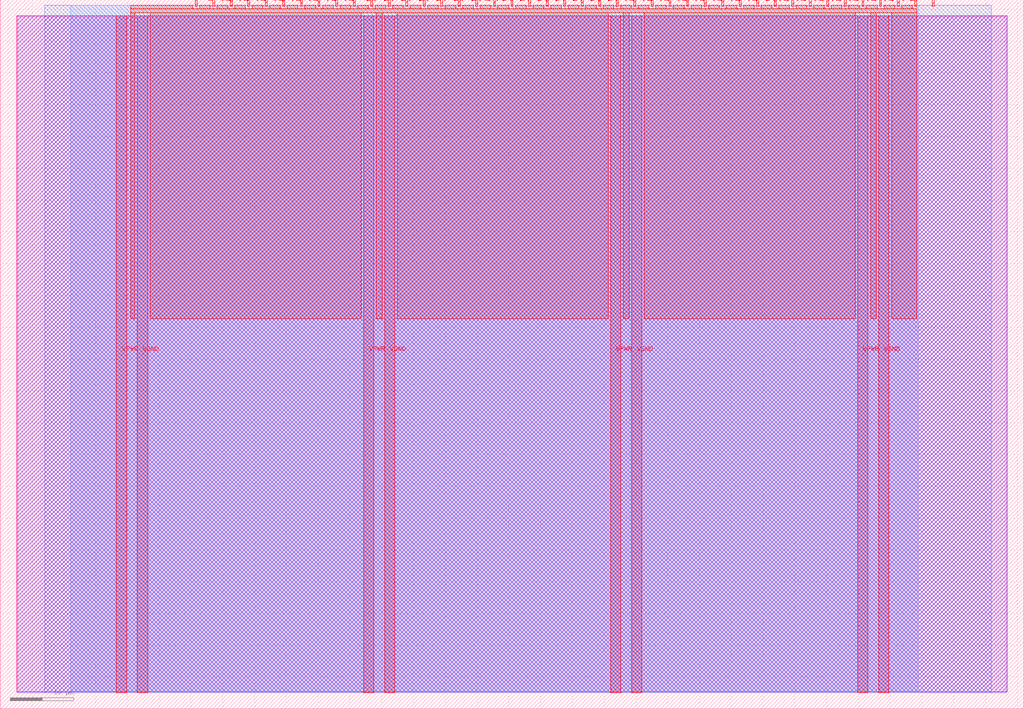
<source format=lef>
VERSION 5.7 ;
  NOWIREEXTENSIONATPIN ON ;
  DIVIDERCHAR "/" ;
  BUSBITCHARS "[]" ;
MACRO tt_um_Alida_DutyCycleMeter
  CLASS BLOCK ;
  FOREIGN tt_um_Alida_DutyCycleMeter ;
  ORIGIN 0.000 0.000 ;
  SIZE 161.000 BY 111.520 ;
  PIN VGND
    DIRECTION INOUT ;
    USE GROUND ;
    PORT
      LAYER met4 ;
        RECT 21.580 2.480 23.180 109.040 ;
    END
    PORT
      LAYER met4 ;
        RECT 60.450 2.480 62.050 109.040 ;
    END
    PORT
      LAYER met4 ;
        RECT 99.320 2.480 100.920 109.040 ;
    END
    PORT
      LAYER met4 ;
        RECT 138.190 2.480 139.790 109.040 ;
    END
  END VGND
  PIN VPWR
    DIRECTION INOUT ;
    USE POWER ;
    PORT
      LAYER met4 ;
        RECT 18.280 2.480 19.880 109.040 ;
    END
    PORT
      LAYER met4 ;
        RECT 57.150 2.480 58.750 109.040 ;
    END
    PORT
      LAYER met4 ;
        RECT 96.020 2.480 97.620 109.040 ;
    END
    PORT
      LAYER met4 ;
        RECT 134.890 2.480 136.490 109.040 ;
    END
  END VPWR
  PIN clk
    DIRECTION INPUT ;
    USE SIGNAL ;
    ANTENNAGATEAREA 0.852000 ;
    PORT
      LAYER met4 ;
        RECT 143.830 110.520 144.130 111.520 ;
    END
  END clk
  PIN ena
    DIRECTION INPUT ;
    USE SIGNAL ;
    PORT
      LAYER met4 ;
        RECT 146.590 110.520 146.890 111.520 ;
    END
  END ena
  PIN rst_n
    DIRECTION INPUT ;
    USE SIGNAL ;
    ANTENNAGATEAREA 0.196500 ;
    PORT
      LAYER met4 ;
        RECT 141.070 110.520 141.370 111.520 ;
    END
  END rst_n
  PIN ui_in[0]
    DIRECTION INPUT ;
    USE SIGNAL ;
    ANTENNAGATEAREA 0.196500 ;
    PORT
      LAYER met4 ;
        RECT 138.310 110.520 138.610 111.520 ;
    END
  END ui_in[0]
  PIN ui_in[1]
    DIRECTION INPUT ;
    USE SIGNAL ;
    PORT
      LAYER met4 ;
        RECT 135.550 110.520 135.850 111.520 ;
    END
  END ui_in[1]
  PIN ui_in[2]
    DIRECTION INPUT ;
    USE SIGNAL ;
    PORT
      LAYER met4 ;
        RECT 132.790 110.520 133.090 111.520 ;
    END
  END ui_in[2]
  PIN ui_in[3]
    DIRECTION INPUT ;
    USE SIGNAL ;
    PORT
      LAYER met4 ;
        RECT 130.030 110.520 130.330 111.520 ;
    END
  END ui_in[3]
  PIN ui_in[4]
    DIRECTION INPUT ;
    USE SIGNAL ;
    PORT
      LAYER met4 ;
        RECT 127.270 110.520 127.570 111.520 ;
    END
  END ui_in[4]
  PIN ui_in[5]
    DIRECTION INPUT ;
    USE SIGNAL ;
    PORT
      LAYER met4 ;
        RECT 124.510 110.520 124.810 111.520 ;
    END
  END ui_in[5]
  PIN ui_in[6]
    DIRECTION INPUT ;
    USE SIGNAL ;
    PORT
      LAYER met4 ;
        RECT 121.750 110.520 122.050 111.520 ;
    END
  END ui_in[6]
  PIN ui_in[7]
    DIRECTION INPUT ;
    USE SIGNAL ;
    PORT
      LAYER met4 ;
        RECT 118.990 110.520 119.290 111.520 ;
    END
  END ui_in[7]
  PIN uio_in[0]
    DIRECTION INPUT ;
    USE SIGNAL ;
    PORT
      LAYER met4 ;
        RECT 116.230 110.520 116.530 111.520 ;
    END
  END uio_in[0]
  PIN uio_in[1]
    DIRECTION INPUT ;
    USE SIGNAL ;
    PORT
      LAYER met4 ;
        RECT 113.470 110.520 113.770 111.520 ;
    END
  END uio_in[1]
  PIN uio_in[2]
    DIRECTION INPUT ;
    USE SIGNAL ;
    PORT
      LAYER met4 ;
        RECT 110.710 110.520 111.010 111.520 ;
    END
  END uio_in[2]
  PIN uio_in[3]
    DIRECTION INPUT ;
    USE SIGNAL ;
    PORT
      LAYER met4 ;
        RECT 107.950 110.520 108.250 111.520 ;
    END
  END uio_in[3]
  PIN uio_in[4]
    DIRECTION INPUT ;
    USE SIGNAL ;
    PORT
      LAYER met4 ;
        RECT 105.190 110.520 105.490 111.520 ;
    END
  END uio_in[4]
  PIN uio_in[5]
    DIRECTION INPUT ;
    USE SIGNAL ;
    PORT
      LAYER met4 ;
        RECT 102.430 110.520 102.730 111.520 ;
    END
  END uio_in[5]
  PIN uio_in[6]
    DIRECTION INPUT ;
    USE SIGNAL ;
    PORT
      LAYER met4 ;
        RECT 99.670 110.520 99.970 111.520 ;
    END
  END uio_in[6]
  PIN uio_in[7]
    DIRECTION INPUT ;
    USE SIGNAL ;
    PORT
      LAYER met4 ;
        RECT 96.910 110.520 97.210 111.520 ;
    END
  END uio_in[7]
  PIN uio_oe[0]
    DIRECTION OUTPUT ;
    USE SIGNAL ;
    PORT
      LAYER met4 ;
        RECT 49.990 110.520 50.290 111.520 ;
    END
  END uio_oe[0]
  PIN uio_oe[1]
    DIRECTION OUTPUT ;
    USE SIGNAL ;
    PORT
      LAYER met4 ;
        RECT 47.230 110.520 47.530 111.520 ;
    END
  END uio_oe[1]
  PIN uio_oe[2]
    DIRECTION OUTPUT ;
    USE SIGNAL ;
    PORT
      LAYER met4 ;
        RECT 44.470 110.520 44.770 111.520 ;
    END
  END uio_oe[2]
  PIN uio_oe[3]
    DIRECTION OUTPUT ;
    USE SIGNAL ;
    PORT
      LAYER met4 ;
        RECT 41.710 110.520 42.010 111.520 ;
    END
  END uio_oe[3]
  PIN uio_oe[4]
    DIRECTION OUTPUT ;
    USE SIGNAL ;
    PORT
      LAYER met4 ;
        RECT 38.950 110.520 39.250 111.520 ;
    END
  END uio_oe[4]
  PIN uio_oe[5]
    DIRECTION OUTPUT ;
    USE SIGNAL ;
    PORT
      LAYER met4 ;
        RECT 36.190 110.520 36.490 111.520 ;
    END
  END uio_oe[5]
  PIN uio_oe[6]
    DIRECTION OUTPUT ;
    USE SIGNAL ;
    PORT
      LAYER met4 ;
        RECT 33.430 110.520 33.730 111.520 ;
    END
  END uio_oe[6]
  PIN uio_oe[7]
    DIRECTION OUTPUT ;
    USE SIGNAL ;
    PORT
      LAYER met4 ;
        RECT 30.670 110.520 30.970 111.520 ;
    END
  END uio_oe[7]
  PIN uio_out[0]
    DIRECTION OUTPUT ;
    USE SIGNAL ;
    PORT
      LAYER met4 ;
        RECT 72.070 110.520 72.370 111.520 ;
    END
  END uio_out[0]
  PIN uio_out[1]
    DIRECTION OUTPUT ;
    USE SIGNAL ;
    PORT
      LAYER met4 ;
        RECT 69.310 110.520 69.610 111.520 ;
    END
  END uio_out[1]
  PIN uio_out[2]
    DIRECTION OUTPUT ;
    USE SIGNAL ;
    PORT
      LAYER met4 ;
        RECT 66.550 110.520 66.850 111.520 ;
    END
  END uio_out[2]
  PIN uio_out[3]
    DIRECTION OUTPUT ;
    USE SIGNAL ;
    PORT
      LAYER met4 ;
        RECT 63.790 110.520 64.090 111.520 ;
    END
  END uio_out[3]
  PIN uio_out[4]
    DIRECTION OUTPUT ;
    USE SIGNAL ;
    PORT
      LAYER met4 ;
        RECT 61.030 110.520 61.330 111.520 ;
    END
  END uio_out[4]
  PIN uio_out[5]
    DIRECTION OUTPUT ;
    USE SIGNAL ;
    PORT
      LAYER met4 ;
        RECT 58.270 110.520 58.570 111.520 ;
    END
  END uio_out[5]
  PIN uio_out[6]
    DIRECTION OUTPUT ;
    USE SIGNAL ;
    PORT
      LAYER met4 ;
        RECT 55.510 110.520 55.810 111.520 ;
    END
  END uio_out[6]
  PIN uio_out[7]
    DIRECTION OUTPUT ;
    USE SIGNAL ;
    PORT
      LAYER met4 ;
        RECT 52.750 110.520 53.050 111.520 ;
    END
  END uio_out[7]
  PIN uo_out[0]
    DIRECTION OUTPUT ;
    USE SIGNAL ;
    ANTENNAGATEAREA 0.247500 ;
    ANTENNADIFFAREA 0.891000 ;
    PORT
      LAYER met4 ;
        RECT 94.150 110.520 94.450 111.520 ;
    END
  END uo_out[0]
  PIN uo_out[1]
    DIRECTION OUTPUT ;
    USE SIGNAL ;
    ANTENNAGATEAREA 0.247500 ;
    ANTENNADIFFAREA 0.891000 ;
    PORT
      LAYER met4 ;
        RECT 91.390 110.520 91.690 111.520 ;
    END
  END uo_out[1]
  PIN uo_out[2]
    DIRECTION OUTPUT ;
    USE SIGNAL ;
    ANTENNAGATEAREA 0.247500 ;
    ANTENNADIFFAREA 0.891000 ;
    PORT
      LAYER met4 ;
        RECT 88.630 110.520 88.930 111.520 ;
    END
  END uo_out[2]
  PIN uo_out[3]
    DIRECTION OUTPUT ;
    USE SIGNAL ;
    ANTENNAGATEAREA 0.247500 ;
    ANTENNADIFFAREA 0.891000 ;
    PORT
      LAYER met4 ;
        RECT 85.870 110.520 86.170 111.520 ;
    END
  END uo_out[3]
  PIN uo_out[4]
    DIRECTION OUTPUT ;
    USE SIGNAL ;
    ANTENNAGATEAREA 0.247500 ;
    ANTENNADIFFAREA 0.891000 ;
    PORT
      LAYER met4 ;
        RECT 83.110 110.520 83.410 111.520 ;
    END
  END uo_out[4]
  PIN uo_out[5]
    DIRECTION OUTPUT ;
    USE SIGNAL ;
    ANTENNAGATEAREA 0.126000 ;
    ANTENNADIFFAREA 0.891000 ;
    PORT
      LAYER met4 ;
        RECT 80.350 110.520 80.650 111.520 ;
    END
  END uo_out[5]
  PIN uo_out[6]
    DIRECTION OUTPUT ;
    USE SIGNAL ;
    ANTENNAGATEAREA 0.247500 ;
    ANTENNADIFFAREA 0.891000 ;
    PORT
      LAYER met4 ;
        RECT 77.590 110.520 77.890 111.520 ;
    END
  END uo_out[6]
  PIN uo_out[7]
    DIRECTION OUTPUT ;
    USE SIGNAL ;
    ANTENNADIFFAREA 0.445500 ;
    PORT
      LAYER met4 ;
        RECT 74.830 110.520 75.130 111.520 ;
    END
  END uo_out[7]
  OBS
      LAYER nwell ;
        RECT 2.570 2.635 158.430 108.990 ;
      LAYER li1 ;
        RECT 2.760 2.635 158.240 108.885 ;
      LAYER met1 ;
        RECT 2.760 2.480 158.240 109.040 ;
      LAYER met2 ;
        RECT 7.000 2.535 155.840 110.685 ;
      LAYER met3 ;
        RECT 11.105 2.555 144.375 110.665 ;
      LAYER met4 ;
        RECT 20.535 110.120 30.270 110.665 ;
        RECT 31.370 110.120 33.030 110.665 ;
        RECT 34.130 110.120 35.790 110.665 ;
        RECT 36.890 110.120 38.550 110.665 ;
        RECT 39.650 110.120 41.310 110.665 ;
        RECT 42.410 110.120 44.070 110.665 ;
        RECT 45.170 110.120 46.830 110.665 ;
        RECT 47.930 110.120 49.590 110.665 ;
        RECT 50.690 110.120 52.350 110.665 ;
        RECT 53.450 110.120 55.110 110.665 ;
        RECT 56.210 110.120 57.870 110.665 ;
        RECT 58.970 110.120 60.630 110.665 ;
        RECT 61.730 110.120 63.390 110.665 ;
        RECT 64.490 110.120 66.150 110.665 ;
        RECT 67.250 110.120 68.910 110.665 ;
        RECT 70.010 110.120 71.670 110.665 ;
        RECT 72.770 110.120 74.430 110.665 ;
        RECT 75.530 110.120 77.190 110.665 ;
        RECT 78.290 110.120 79.950 110.665 ;
        RECT 81.050 110.120 82.710 110.665 ;
        RECT 83.810 110.120 85.470 110.665 ;
        RECT 86.570 110.120 88.230 110.665 ;
        RECT 89.330 110.120 90.990 110.665 ;
        RECT 92.090 110.120 93.750 110.665 ;
        RECT 94.850 110.120 96.510 110.665 ;
        RECT 97.610 110.120 99.270 110.665 ;
        RECT 100.370 110.120 102.030 110.665 ;
        RECT 103.130 110.120 104.790 110.665 ;
        RECT 105.890 110.120 107.550 110.665 ;
        RECT 108.650 110.120 110.310 110.665 ;
        RECT 111.410 110.120 113.070 110.665 ;
        RECT 114.170 110.120 115.830 110.665 ;
        RECT 116.930 110.120 118.590 110.665 ;
        RECT 119.690 110.120 121.350 110.665 ;
        RECT 122.450 110.120 124.110 110.665 ;
        RECT 125.210 110.120 126.870 110.665 ;
        RECT 127.970 110.120 129.630 110.665 ;
        RECT 130.730 110.120 132.390 110.665 ;
        RECT 133.490 110.120 135.150 110.665 ;
        RECT 136.250 110.120 137.910 110.665 ;
        RECT 139.010 110.120 140.670 110.665 ;
        RECT 141.770 110.120 143.430 110.665 ;
        RECT 20.535 109.440 144.145 110.120 ;
        RECT 20.535 61.375 21.180 109.440 ;
        RECT 23.580 61.375 56.750 109.440 ;
        RECT 59.150 61.375 60.050 109.440 ;
        RECT 62.450 61.375 95.620 109.440 ;
        RECT 98.020 61.375 98.920 109.440 ;
        RECT 101.320 61.375 134.490 109.440 ;
        RECT 136.890 61.375 137.790 109.440 ;
        RECT 140.190 61.375 144.145 109.440 ;
  END
END tt_um_Alida_DutyCycleMeter
END LIBRARY


</source>
